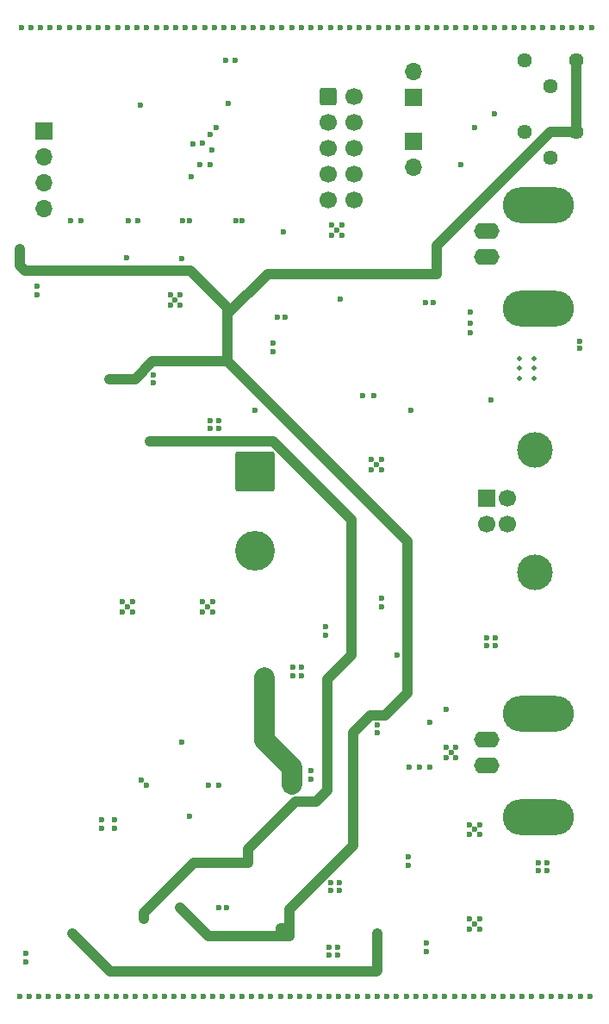
<source format=gbr>
%TF.GenerationSoftware,KiCad,Pcbnew,8.0.0*%
%TF.CreationDate,2024-10-10T18:55:30+02:00*%
%TF.ProjectId,Profiler energetyczny urz_dze_ IoT,50726f66-696c-4657-9220-656e65726765,rev?*%
%TF.SameCoordinates,Original*%
%TF.FileFunction,Copper,L3,Inr*%
%TF.FilePolarity,Positive*%
%FSLAX46Y46*%
G04 Gerber Fmt 4.6, Leading zero omitted, Abs format (unit mm)*
G04 Created by KiCad (PCBNEW 8.0.0) date 2024-10-10 18:55:30*
%MOMM*%
%LPD*%
G01*
G04 APERTURE LIST*
G04 Aperture macros list*
%AMRoundRect*
0 Rectangle with rounded corners*
0 $1 Rounding radius*
0 $2 $3 $4 $5 $6 $7 $8 $9 X,Y pos of 4 corners*
0 Add a 4 corners polygon primitive as box body*
4,1,4,$2,$3,$4,$5,$6,$7,$8,$9,$2,$3,0*
0 Add four circle primitives for the rounded corners*
1,1,$1+$1,$2,$3*
1,1,$1+$1,$4,$5*
1,1,$1+$1,$6,$7*
1,1,$1+$1,$8,$9*
0 Add four rect primitives between the rounded corners*
20,1,$1+$1,$2,$3,$4,$5,0*
20,1,$1+$1,$4,$5,$6,$7,0*
20,1,$1+$1,$6,$7,$8,$9,0*
20,1,$1+$1,$8,$9,$2,$3,0*%
G04 Aperture macros list end*
%TA.AperFunction,HeatsinkPad*%
%ADD10C,0.500000*%
%TD*%
%TA.AperFunction,ComponentPad*%
%ADD11RoundRect,0.250000X-0.600000X-0.600000X0.600000X-0.600000X0.600000X0.600000X-0.600000X0.600000X0*%
%TD*%
%TA.AperFunction,ComponentPad*%
%ADD12C,1.700000*%
%TD*%
%TA.AperFunction,ComponentPad*%
%ADD13R,1.700000X1.700000*%
%TD*%
%TA.AperFunction,ComponentPad*%
%ADD14O,1.700000X1.700000*%
%TD*%
%TA.AperFunction,ComponentPad*%
%ADD15C,3.500000*%
%TD*%
%TA.AperFunction,ComponentPad*%
%ADD16C,1.440000*%
%TD*%
%TA.AperFunction,ComponentPad*%
%ADD17RoundRect,0.250002X-1.699998X1.699998X-1.699998X-1.699998X1.699998X-1.699998X1.699998X1.699998X0*%
%TD*%
%TA.AperFunction,ComponentPad*%
%ADD18C,3.900000*%
%TD*%
%TA.AperFunction,ComponentPad*%
%ADD19O,2.500000X1.600000*%
%TD*%
%TA.AperFunction,ComponentPad*%
%ADD20O,7.000000X3.500000*%
%TD*%
%TA.AperFunction,ViaPad*%
%ADD21C,0.600000*%
%TD*%
%TA.AperFunction,Conductor*%
%ADD22C,2.032000*%
%TD*%
%TA.AperFunction,Conductor*%
%ADD23C,1.000000*%
%TD*%
%TA.AperFunction,Conductor*%
%ADD24C,0.609600*%
%TD*%
G04 APERTURE END LIST*
D10*
%TO.N,N/C*%
%TO.C,U4*%
X145437500Y-99250000D03*
X145437500Y-100250000D03*
X145437500Y-101250000D03*
X146837500Y-99250000D03*
X146837500Y-100250000D03*
X146837500Y-101250000D03*
%TD*%
D11*
%TO.N,Net-(U1-~{RESET})*%
%TO.C,U1*%
X126647500Y-73520000D03*
D12*
%TO.N,Net-(U1-SWCLK)*%
X129187500Y-73520000D03*
%TO.N,unconnected-(U1-SWIM-Pad3)*%
X126647500Y-76060000D03*
%TO.N,Net-(U1-SWDIO)*%
X129187500Y-76060000D03*
%TO.N,GND*%
X126647500Y-78600000D03*
X129187500Y-78600000D03*
%TO.N,3.3V*%
X126647500Y-81140000D03*
X129187500Y-81140000D03*
%TO.N,5V*%
X126647500Y-83680000D03*
X129187500Y-83680000D03*
%TD*%
D13*
%TO.N,3.3V*%
%TO.C,J3*%
X135000000Y-73610000D03*
D14*
%TO.N,+3.3V*%
X135000000Y-71070000D03*
%TD*%
D13*
%TO.N,+5V*%
%TO.C,J1*%
X142222500Y-113000000D03*
D12*
%TO.N,unconnected-(J1-D--Pad2)*%
X142222500Y-115500000D03*
%TO.N,unconnected-(J1-D+-Pad3)*%
X144222500Y-115500000D03*
%TO.N,GND*%
X144222500Y-113000000D03*
D15*
X146932500Y-108230000D03*
X146932500Y-120270000D03*
%TD*%
D16*
%TO.N,+2V5*%
%TO.C,RV1*%
X151050000Y-70000000D03*
%TO.N,Net-(U21-S1)*%
X148510000Y-72540000D03*
%TO.N,GNDA*%
X145970000Y-70000000D03*
%TD*%
D13*
%TO.N,5V*%
%TO.C,J2*%
X135000000Y-77925000D03*
D14*
%TO.N,+5V*%
X135000000Y-80465000D03*
%TD*%
D17*
%TO.N,/Pomiar pr\u0105du/IN+*%
%TO.C,J5*%
X119400000Y-110350000D03*
D18*
%TO.N,GNDS*%
X119400000Y-118150000D03*
%TD*%
D19*
%TO.N,/Sterowanie/Uz*%
%TO.C,J7*%
X142170000Y-89250000D03*
D20*
%TO.N,GNDA*%
X147250000Y-84170000D03*
D19*
X142170000Y-86710000D03*
D20*
X147250000Y-94330000D03*
%TD*%
D16*
%TO.N,+2V5*%
%TO.C,RV2*%
X151025000Y-77025000D03*
%TO.N,Net-(U21-S2)*%
X148485000Y-79565000D03*
%TO.N,GNDA*%
X145945000Y-77025000D03*
%TD*%
D19*
%TO.N,/Sterowanie/UI*%
%TO.C,J6*%
X142170000Y-139250000D03*
D20*
%TO.N,GNDA*%
X147250000Y-134170000D03*
D19*
X142170000Y-136710000D03*
D20*
X147250000Y-144330000D03*
%TD*%
D13*
%TO.N,+3.3V*%
%TO.C,J4*%
X98702500Y-76950000D03*
D14*
%TO.N,Net-(J4-Pin_2)*%
X98702500Y-79490000D03*
%TO.N,Net-(J4-Pin_3)*%
X98702500Y-82030000D03*
%TO.N,GND*%
X98702500Y-84570000D03*
%TD*%
D21*
%TO.N,+5V*%
X108750000Y-141200000D03*
X143050000Y-126750000D03*
X143050000Y-127500000D03*
X151350000Y-97550000D03*
X108250000Y-140700000D03*
X130050000Y-102950000D03*
X115900000Y-141200000D03*
X151350000Y-98300000D03*
X131100000Y-102950000D03*
X142200000Y-126750000D03*
X114850000Y-141200000D03*
X142200000Y-127500000D03*
%TO.N,GND*%
X123050000Y-66750000D03*
X136350000Y-66750000D03*
X142850000Y-161950000D03*
X98350000Y-66750000D03*
X103100000Y-66750000D03*
X135250000Y-161950000D03*
X148700000Y-66750000D03*
X115250000Y-124200000D03*
X119100000Y-161950000D03*
X137300000Y-66750000D03*
X119250000Y-66750000D03*
X130850000Y-110200000D03*
X102000000Y-161950000D03*
X109750000Y-66750000D03*
X140550000Y-154300000D03*
X97400000Y-66750000D03*
X133500000Y-66750000D03*
X130500000Y-161950000D03*
X121950000Y-161950000D03*
X149500000Y-161950000D03*
X100100000Y-161950000D03*
X105950000Y-66750000D03*
X141550000Y-145050000D03*
X99150000Y-161950000D03*
X147600000Y-161950000D03*
X124000000Y-66750000D03*
X121000000Y-161950000D03*
X111100000Y-93000000D03*
X139050000Y-161950000D03*
X103900000Y-161950000D03*
X107850000Y-66750000D03*
X108650000Y-161950000D03*
X136200000Y-161950000D03*
X137150000Y-161950000D03*
X145700000Y-161950000D03*
X114750000Y-123700000D03*
X131850000Y-110200000D03*
X111100000Y-94000000D03*
X138200000Y-137500000D03*
X122100000Y-66750000D03*
X133350000Y-161950000D03*
X125750000Y-161950000D03*
X98200000Y-161950000D03*
X140550000Y-146050000D03*
X106750000Y-161950000D03*
X128600000Y-161950000D03*
X141550000Y-155300000D03*
X141550000Y-154300000D03*
X141050000Y-154800000D03*
X130850000Y-109200000D03*
X138200000Y-138500000D03*
X106400000Y-124200000D03*
X135400000Y-66750000D03*
X138250000Y-66750000D03*
X112450000Y-161950000D03*
X96300000Y-161950000D03*
X127000000Y-86150000D03*
X97250000Y-161950000D03*
X123550000Y-141650000D03*
X102950000Y-161950000D03*
X126850000Y-66750000D03*
X144750000Y-161950000D03*
X130650000Y-66750000D03*
X140950000Y-161950000D03*
X132400000Y-161950000D03*
X106900000Y-66750000D03*
X141550000Y-146050000D03*
X146650000Y-161950000D03*
X143950000Y-66750000D03*
X111500000Y-161950000D03*
X151550000Y-66750000D03*
X132550000Y-66750000D03*
X141100000Y-66750000D03*
X145850000Y-66750000D03*
X111600000Y-93500000D03*
X150450000Y-161950000D03*
X131450000Y-161950000D03*
X120900000Y-130150000D03*
X124950000Y-66750000D03*
X146800000Y-66750000D03*
X147750000Y-66750000D03*
X118150000Y-161950000D03*
X115250000Y-123200000D03*
X152500000Y-66750000D03*
X144900000Y-66750000D03*
X121150000Y-66750000D03*
X131600000Y-66750000D03*
X149650000Y-66750000D03*
X128000000Y-87150000D03*
X112600000Y-66750000D03*
X141900000Y-161950000D03*
X143000000Y-66750000D03*
X127800000Y-66750000D03*
X107700000Y-161950000D03*
X115450000Y-66750000D03*
X100250000Y-66750000D03*
X119900000Y-131150000D03*
X107400000Y-123200000D03*
X106400000Y-123200000D03*
X116250000Y-161950000D03*
X122550000Y-141650000D03*
X112100000Y-93000000D03*
X120050000Y-161950000D03*
X140150000Y-66750000D03*
X129700000Y-66750000D03*
X128000000Y-86150000D03*
X122550000Y-140650000D03*
X140550000Y-145050000D03*
X113400000Y-161950000D03*
X114250000Y-123200000D03*
X129550000Y-161950000D03*
X148550000Y-161950000D03*
X110700000Y-66750000D03*
X112100000Y-94000000D03*
X138100000Y-161950000D03*
X114500000Y-66750000D03*
X102150000Y-66750000D03*
X119900000Y-130150000D03*
X123850000Y-161950000D03*
X106900000Y-123700000D03*
X134450000Y-66750000D03*
X108800000Y-66750000D03*
X104050000Y-66750000D03*
X118300000Y-66750000D03*
X99300000Y-66750000D03*
X124800000Y-161950000D03*
X125900000Y-66750000D03*
X104850000Y-161950000D03*
X105800000Y-161950000D03*
X152350000Y-161950000D03*
X126700000Y-161950000D03*
X120400000Y-130650000D03*
X142050000Y-66750000D03*
X141050000Y-145550000D03*
X139200000Y-138500000D03*
X109600000Y-161950000D03*
X134300000Y-161950000D03*
X117200000Y-161950000D03*
X111650000Y-66750000D03*
X101050000Y-161950000D03*
X120900000Y-131150000D03*
X128750000Y-66750000D03*
X140550000Y-155300000D03*
X96450000Y-66750000D03*
X110550000Y-161950000D03*
X113550000Y-66750000D03*
X101200000Y-66750000D03*
X123050000Y-141150000D03*
X143800000Y-161950000D03*
X127000000Y-87150000D03*
X116400000Y-66750000D03*
X127500000Y-86650000D03*
X120200000Y-66750000D03*
X122900000Y-161950000D03*
X115300000Y-161950000D03*
X139200000Y-66750000D03*
X123550000Y-140650000D03*
X140000000Y-161950000D03*
X114250000Y-124200000D03*
X131350000Y-109700000D03*
X105000000Y-66750000D03*
X151400000Y-161950000D03*
X150600000Y-66750000D03*
X117350000Y-66750000D03*
X127650000Y-161950000D03*
X114350000Y-161950000D03*
X139200000Y-137500000D03*
X138700000Y-138000000D03*
X131850000Y-109200000D03*
X107400000Y-124200000D03*
%TO.N,Net-(U1-~{RESET})*%
X108200000Y-74400000D03*
X116800000Y-74200000D03*
%TO.N,+3.3V*%
X117500000Y-69947500D03*
X106950000Y-85750000D03*
X114250000Y-78150000D03*
X140600000Y-94750000D03*
X101300000Y-85750000D03*
X102350000Y-85750000D03*
X113300000Y-78162400D03*
X116550000Y-69947500D03*
X131500000Y-135300000D03*
X140600000Y-96750000D03*
X107900000Y-85750000D03*
X140600000Y-95800000D03*
X112300000Y-85750000D03*
X113000000Y-85750000D03*
X131500000Y-136050000D03*
X117550000Y-85750000D03*
X142600000Y-103350000D03*
X118200000Y-85750000D03*
%TO.N,+5VA*%
X131450000Y-156700000D03*
X101450000Y-155750000D03*
X131450000Y-159400000D03*
X102050000Y-156350000D03*
X131450000Y-155750000D03*
%TO.N,GNDA*%
X109450000Y-101650000D03*
X131850000Y-123650000D03*
X127700000Y-150800000D03*
X124950000Y-140600000D03*
X115000000Y-106100000D03*
X136300000Y-157500000D03*
X126400000Y-125600000D03*
X134500000Y-148250000D03*
X116650000Y-153200000D03*
X147250000Y-149550000D03*
X126400000Y-126450000D03*
X98000000Y-93000000D03*
X115900000Y-153200000D03*
X131850000Y-122800000D03*
X126850000Y-151550000D03*
X115000000Y-105350000D03*
X126750000Y-157850000D03*
X136200000Y-93750000D03*
X139700000Y-80200000D03*
X124950000Y-139750000D03*
X127600000Y-157850000D03*
X147250000Y-148800000D03*
X109450000Y-100900000D03*
X134500000Y-149100000D03*
X127600000Y-157100000D03*
X126750000Y-157100000D03*
X126850000Y-150800000D03*
X127700000Y-151550000D03*
X115850000Y-105350000D03*
X115850000Y-106100000D03*
X121650000Y-95250000D03*
X138200000Y-133700000D03*
X148100000Y-149550000D03*
X98000000Y-92150000D03*
X122400000Y-95250000D03*
X136300000Y-156650000D03*
X148100000Y-148800000D03*
X96900000Y-157700000D03*
X96900000Y-158550000D03*
X136950000Y-93750000D03*
%TO.N,+2V5*%
X137300000Y-90950000D03*
X122000000Y-155250000D03*
X116750000Y-95600000D03*
X122850000Y-156000000D03*
X105100000Y-101300000D03*
X112065625Y-153234375D03*
X105950000Y-101300000D03*
X96300000Y-88550000D03*
X133450000Y-133100000D03*
X116750000Y-94900000D03*
X112590625Y-153759375D03*
X129050000Y-138000000D03*
X136250000Y-90950000D03*
X96300000Y-89550000D03*
X122850000Y-155250000D03*
X132700000Y-133850000D03*
X129050000Y-137200000D03*
X122000000Y-156000000D03*
%TO.N,-2V5*%
X118800000Y-148850000D03*
X108525000Y-154275000D03*
X118800000Y-148150000D03*
X128950000Y-128400000D03*
X120500000Y-107450000D03*
X109137501Y-107450000D03*
X108525000Y-153550000D03*
X121250430Y-107450000D03*
X109950000Y-107450000D03*
X128950000Y-127550000D03*
%TO.N,GNDS*%
X124000000Y-130400000D03*
X121200000Y-97800000D03*
X119400000Y-104400000D03*
X105600000Y-144600000D03*
X123200000Y-129600000D03*
X124000000Y-129600000D03*
X121200000Y-98600000D03*
X104400000Y-144600000D03*
X105600000Y-145400000D03*
X104400000Y-145400000D03*
X123200000Y-130400000D03*
%TO.N,/Pomiar pr\u0105du/V3*%
X134600000Y-139400000D03*
X106800000Y-89400000D03*
%TO.N,/Pomiar pr\u0105du/V1*%
X127800000Y-93400000D03*
X135600000Y-139400000D03*
%TO.N,/Sterowanie/A0*%
X141000000Y-76600000D03*
X114993800Y-80206200D03*
X136600000Y-135000000D03*
%TO.N,/Sterowanie/UP1*%
X122200000Y-86800000D03*
X113200000Y-81400000D03*
%TO.N,/Pomiar pr\u0105du/M1*%
X134800000Y-104400000D03*
X115200000Y-78812400D03*
%TO.N,/Pomiar pr\u0105du/M3*%
X113000000Y-144200000D03*
X115600000Y-76600000D03*
%TO.N,/Pomiar pr\u0105du/M2*%
X112200000Y-137000000D03*
X115050000Y-77300000D03*
%TO.N,/Sterowanie/A1*%
X136600000Y-139400000D03*
X143000000Y-75200000D03*
X114000000Y-80200000D03*
%TO.N,/Pomiar pr\u0105du/V2*%
X133400000Y-128400000D03*
X112200000Y-89450000D03*
%TD*%
D22*
%TO.N,GND*%
X120400000Y-136800000D02*
X123050000Y-139450000D01*
X123050000Y-139450000D02*
X123050000Y-141084000D01*
X120400000Y-130650000D02*
X120400000Y-136800000D01*
D23*
%TO.N,+5VA*%
X131450000Y-159400000D02*
X131450000Y-156700000D01*
D24*
X131350000Y-159500000D02*
X131450000Y-159400000D01*
D23*
X105200000Y-159500000D02*
X131350000Y-159500000D01*
X102050000Y-156350000D02*
X105200000Y-159500000D01*
X131450000Y-156700000D02*
X131450000Y-155750000D01*
X101450000Y-155750000D02*
X102050000Y-156350000D01*
%TO.N,+2V5*%
X134400000Y-117200000D02*
X116750000Y-99550000D01*
X113100000Y-90650000D02*
X116750000Y-94300000D01*
X120700000Y-90950000D02*
X136250000Y-90950000D01*
X112590625Y-153759375D02*
X114831250Y-156000000D01*
X129050000Y-147150000D02*
X129050000Y-138000000D01*
X122000000Y-156000000D02*
X122000000Y-155250000D01*
X132700000Y-133850000D02*
X133450000Y-133100000D01*
X151050000Y-70000000D02*
X151050000Y-77000000D01*
X129050000Y-137200000D02*
X129050000Y-136000000D01*
X137300000Y-88200000D02*
X148475000Y-77025000D01*
X112065625Y-153234375D02*
X112590625Y-153759375D01*
X129050000Y-137200000D02*
X129050000Y-138000000D01*
X132250000Y-134300000D02*
X132700000Y-133850000D01*
X122850000Y-156000000D02*
X122850000Y-153350000D01*
X96300000Y-88550000D02*
X96300000Y-89550000D01*
X105100000Y-101300000D02*
X105950000Y-101300000D01*
X151050000Y-77000000D02*
X151025000Y-77025000D01*
X122850000Y-155250000D02*
X122850000Y-156000000D01*
X107635786Y-101300000D02*
X109385786Y-99550000D01*
X96300000Y-89550000D02*
X96300000Y-90150000D01*
X122000000Y-155250000D02*
X122850000Y-155250000D01*
X122850000Y-153350000D02*
X129050000Y-147150000D01*
X116750000Y-99550000D02*
X116750000Y-95600000D01*
X116750000Y-94300000D02*
X116750000Y-95600000D01*
X109385786Y-99550000D02*
X116750000Y-99550000D01*
X105950000Y-101300000D02*
X107635786Y-101300000D01*
X133450000Y-133100000D02*
X134400000Y-132150000D01*
X96300000Y-90150000D02*
X96800000Y-90650000D01*
X130750000Y-134300000D02*
X132250000Y-134300000D01*
X114831250Y-156000000D02*
X122000000Y-156000000D01*
X137300000Y-90950000D02*
X137300000Y-88200000D01*
X148475000Y-77025000D02*
X151025000Y-77025000D01*
X96800000Y-90650000D02*
X113100000Y-90650000D01*
X134400000Y-132150000D02*
X134400000Y-117200000D01*
X122000000Y-156000000D02*
X122850000Y-156000000D01*
X136250000Y-90950000D02*
X137300000Y-90950000D01*
X116750000Y-94900000D02*
X120700000Y-90950000D01*
X129050000Y-136000000D02*
X130750000Y-134300000D01*
X116750000Y-95600000D02*
X116750000Y-94900000D01*
%TO.N,-2V5*%
X123450000Y-142800000D02*
X118800000Y-147450000D01*
X113400000Y-148850000D02*
X108525000Y-153725000D01*
X128950000Y-127550000D02*
X128950000Y-128400000D01*
X128950000Y-128400000D02*
X126550000Y-130800000D01*
X121250430Y-107450000D02*
X128900000Y-115099570D01*
X109137501Y-107450000D02*
X109950000Y-107450000D01*
X128900000Y-115099570D02*
X128900000Y-127500000D01*
X118800000Y-148850000D02*
X113400000Y-148850000D01*
X125450000Y-142800000D02*
X123450000Y-142800000D01*
X126550000Y-141700000D02*
X125450000Y-142800000D01*
X121250430Y-107450000D02*
X109950000Y-107450000D01*
X108525000Y-153725000D02*
X108525000Y-154275000D01*
X128900000Y-127500000D02*
X128950000Y-127550000D01*
X126550000Y-130800000D02*
X126550000Y-141700000D01*
X118800000Y-147450000D02*
X118800000Y-148850000D01*
%TD*%
M02*

</source>
